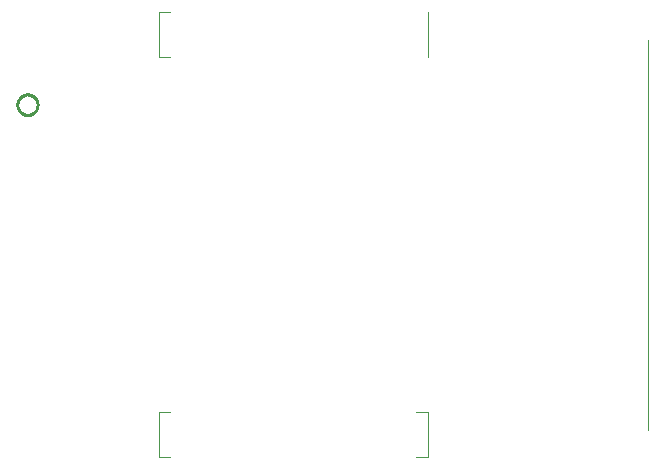
<source format=gbo>
%FSTAX23Y23*%
%MOIN*%
%SFA1B1*%

%IPPOS*%
%ADD14C,0.004720*%
%ADD62C,0.010000*%
%LNtime4cm4_modular-1*%
%LPD*%
G54D14*
X00535Y01383D02*
X00574D01*
X00535Y01532D02*
X00574D01*
X00535Y00048D02*
X00574D01*
X00535Y00197D02*
X00574D01*
X01393D02*
X01433D01*
X01393Y00048D02*
X01433D01*
Y00197*
X00535Y00048D02*
Y00197D01*
Y01383D02*
Y01532D01*
X01433Y01383D02*
Y01532D01*
X02165Y0014D02*
Y01439D01*
X01393Y00197D02*
X01433D01*
X00535D02*
X00574D01*
X00535Y01383D02*
X00574D01*
G54D62*
X00132Y01223D02*
D01*
X00132Y01225*
X00131Y01228*
X00131Y0123*
X0013Y01232*
X0013Y01235*
X00129Y01237*
X00128Y01239*
X00127Y01241*
X00125Y01243*
X00124Y01245*
X00122Y01246*
X00121Y01248*
X00119Y0125*
X00117Y01251*
X00115Y01252*
X00113Y01253*
X00111Y01254*
X00108Y01255*
X00106Y01256*
X00104Y01256*
X00101Y01257*
X00099Y01257*
X00097*
X00094Y01257*
X00092Y01256*
X0009Y01256*
X00087Y01255*
X00085Y01254*
X00083Y01253*
X00081Y01252*
X00079Y01251*
X00077Y0125*
X00075Y01248*
X00074Y01246*
X00072Y01245*
X00071Y01243*
X00069Y01241*
X00068Y01239*
X00067Y01237*
X00066Y01235*
X00065Y01232*
X00065Y0123*
X00064Y01228*
X00064Y01225*
X00064Y01223*
X00064Y01221*
X00064Y01218*
X00065Y01216*
X00065Y01214*
X00066Y01211*
X00067Y01209*
X00068Y01207*
X00069Y01205*
X00071Y01203*
X00072Y01201*
X00074Y01199*
X00075Y01198*
X00077Y01196*
X00079Y01195*
X00081Y01194*
X00083Y01192*
X00085Y01192*
X00087Y01191*
X0009Y0119*
X00092Y0119*
X00094Y01189*
X00097Y01189*
X00099*
X00101Y01189*
X00104Y0119*
X00106Y0119*
X00108Y01191*
X00111Y01192*
X00113Y01192*
X00115Y01194*
X00117Y01195*
X00119Y01196*
X00121Y01198*
X00122Y01199*
X00124Y01201*
X00125Y01203*
X00127Y01205*
X00128Y01207*
X00129Y01209*
X0013Y01211*
X0013Y01214*
X00131Y01216*
X00131Y01218*
X00132Y01221*
X00132Y01223*
M02*
</source>
